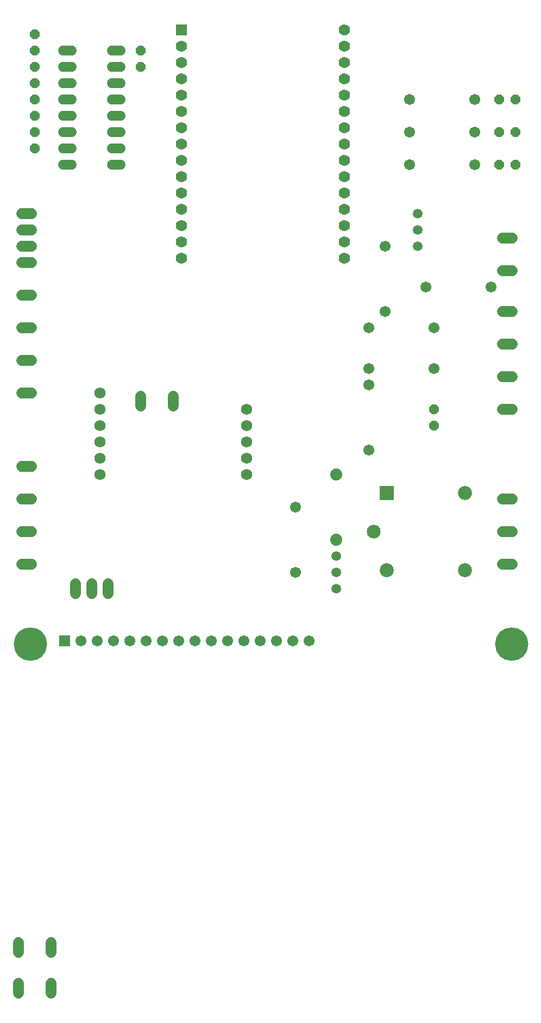
<source format=gbr>
G04 EAGLE Gerber RS-274X export*
G75*
%MOMM*%
%FSLAX34Y34*%
%LPD*%
%INSoldermask Bottom*%
%IPPOS*%
%AMOC8*
5,1,8,0,0,1.08239X$1,22.5*%
G01*
%ADD10C,1.511200*%
%ADD11P,1.649562X8X292.500000*%
%ADD12P,1.649562X8X112.500000*%
%ADD13C,1.879600*%
%ADD14C,1.727200*%
%ADD15R,1.711200X1.711200*%
%ADD16C,1.711200*%
%ADD17C,5.203200*%
%ADD18R,1.763200X1.763200*%
%ADD19C,1.763200*%
%ADD20P,1.649562X8X202.500000*%
%ADD21C,1.524000*%
%ADD22C,1.703200*%
%ADD23R,2.183200X2.183200*%
%ADD24C,2.138200*%
%ADD25C,2.183200*%
%ADD26C,1.733200*%


D10*
X520700Y127000D03*
X520700Y152400D03*
X520700Y177800D03*
X647700Y711200D03*
X647700Y685800D03*
X647700Y660400D03*
D11*
X50800Y990600D03*
X50800Y965200D03*
D12*
X50800Y863600D03*
X50800Y889000D03*
D11*
X50800Y838200D03*
X50800Y812800D03*
D12*
X50800Y914400D03*
X50800Y939800D03*
D11*
X215900Y965200D03*
X215900Y939800D03*
D12*
X673100Y381000D03*
X673100Y406400D03*
D13*
X520700Y203200D03*
X520700Y304800D03*
D14*
X779780Y673100D02*
X795020Y673100D01*
X795020Y622300D02*
X779780Y622300D01*
D15*
X97700Y45700D03*
D16*
X123100Y45700D03*
X148500Y45700D03*
X173900Y45700D03*
X199300Y45700D03*
X224700Y45700D03*
X250100Y45700D03*
X275500Y45700D03*
X300900Y45700D03*
X326300Y45700D03*
X351700Y45700D03*
X377100Y45700D03*
X402500Y45700D03*
X427900Y45700D03*
X453300Y45700D03*
X478700Y45700D03*
D17*
X794100Y40700D03*
X44100Y40700D03*
D18*
X279400Y997700D03*
D19*
X279400Y972300D03*
X533400Y718300D03*
X279400Y946900D03*
X279400Y921500D03*
X279400Y896100D03*
X279400Y870700D03*
X279400Y845300D03*
X279400Y819900D03*
X279400Y794500D03*
X279400Y769100D03*
X279400Y743700D03*
X279400Y718300D03*
X279400Y692900D03*
X279400Y667500D03*
X279400Y642100D03*
X533400Y642100D03*
X533400Y667500D03*
X533400Y692900D03*
X533400Y743700D03*
X533400Y769100D03*
X533400Y794500D03*
X533400Y819900D03*
X533400Y845300D03*
X533400Y870700D03*
X533400Y896100D03*
X533400Y921500D03*
X533400Y946900D03*
X533400Y972300D03*
X533400Y997700D03*
D20*
X800100Y889000D03*
X774700Y889000D03*
X800100Y838200D03*
X774700Y838200D03*
X800100Y787400D03*
X774700Y787400D03*
D21*
X108204Y965200D02*
X94996Y965200D01*
X94996Y939800D02*
X108204Y939800D01*
X108204Y812800D02*
X94996Y812800D01*
X94996Y787400D02*
X108204Y787400D01*
X108204Y914400D02*
X94996Y914400D01*
X94996Y889000D02*
X108204Y889000D01*
X108204Y838200D02*
X94996Y838200D01*
X94996Y863600D02*
X108204Y863600D01*
X171196Y787400D02*
X184404Y787400D01*
X184404Y812800D02*
X171196Y812800D01*
X171196Y838200D02*
X184404Y838200D01*
X184404Y863600D02*
X171196Y863600D01*
X171196Y889000D02*
X184404Y889000D01*
X184404Y914400D02*
X171196Y914400D01*
X171196Y939800D02*
X184404Y939800D01*
X184404Y965200D02*
X171196Y965200D01*
D14*
X114300Y134620D02*
X114300Y119380D01*
X139700Y119380D02*
X139700Y134620D01*
X165100Y134620D02*
X165100Y119380D01*
X45720Y431800D02*
X30480Y431800D01*
X30480Y482600D02*
X45720Y482600D01*
X45720Y533400D02*
X30480Y533400D01*
X30480Y584200D02*
X45720Y584200D01*
X779780Y558800D02*
X795020Y558800D01*
X795020Y508000D02*
X779780Y508000D01*
X779780Y457200D02*
X795020Y457200D01*
X795020Y406400D02*
X779780Y406400D01*
D22*
X596900Y660400D03*
X596900Y558800D03*
X635000Y889000D03*
X736600Y889000D03*
X635000Y838200D03*
X736600Y838200D03*
X635000Y787400D03*
X736600Y787400D03*
X673100Y533400D03*
X571500Y533400D03*
X571500Y444500D03*
X571500Y342900D03*
X673100Y469900D03*
X571500Y469900D03*
X660400Y596900D03*
X762000Y596900D03*
X457200Y152400D03*
X457200Y254000D03*
D23*
X599400Y275900D03*
D24*
X579400Y215900D03*
D25*
X599400Y155900D03*
X721400Y155900D03*
X721400Y275900D03*
D14*
X779780Y266700D02*
X795020Y266700D01*
X795020Y215900D02*
X779780Y215900D01*
X779780Y165100D02*
X795020Y165100D01*
X45720Y635000D02*
X30480Y635000D01*
X30480Y660400D02*
X45720Y660400D01*
X45720Y685800D02*
X30480Y685800D01*
X30480Y711200D02*
X45720Y711200D01*
X45720Y165100D02*
X30480Y165100D01*
X30480Y215900D02*
X45720Y215900D01*
X45720Y266700D02*
X30480Y266700D01*
X30480Y317500D02*
X45720Y317500D01*
D26*
X152400Y431700D03*
X152400Y406300D03*
X152400Y380900D03*
X152400Y355500D03*
X152400Y330100D03*
X152400Y304700D03*
X381000Y304700D03*
X381000Y330100D03*
X381000Y406300D03*
X381000Y355500D03*
X381000Y380900D03*
D14*
X215900Y411480D02*
X215900Y426720D01*
X266700Y426720D02*
X266700Y411480D01*
X25400Y-424180D02*
X25400Y-439420D01*
X76200Y-439420D02*
X76200Y-424180D01*
X25400Y-487680D02*
X25400Y-502920D01*
X76200Y-502920D02*
X76200Y-487680D01*
M02*

</source>
